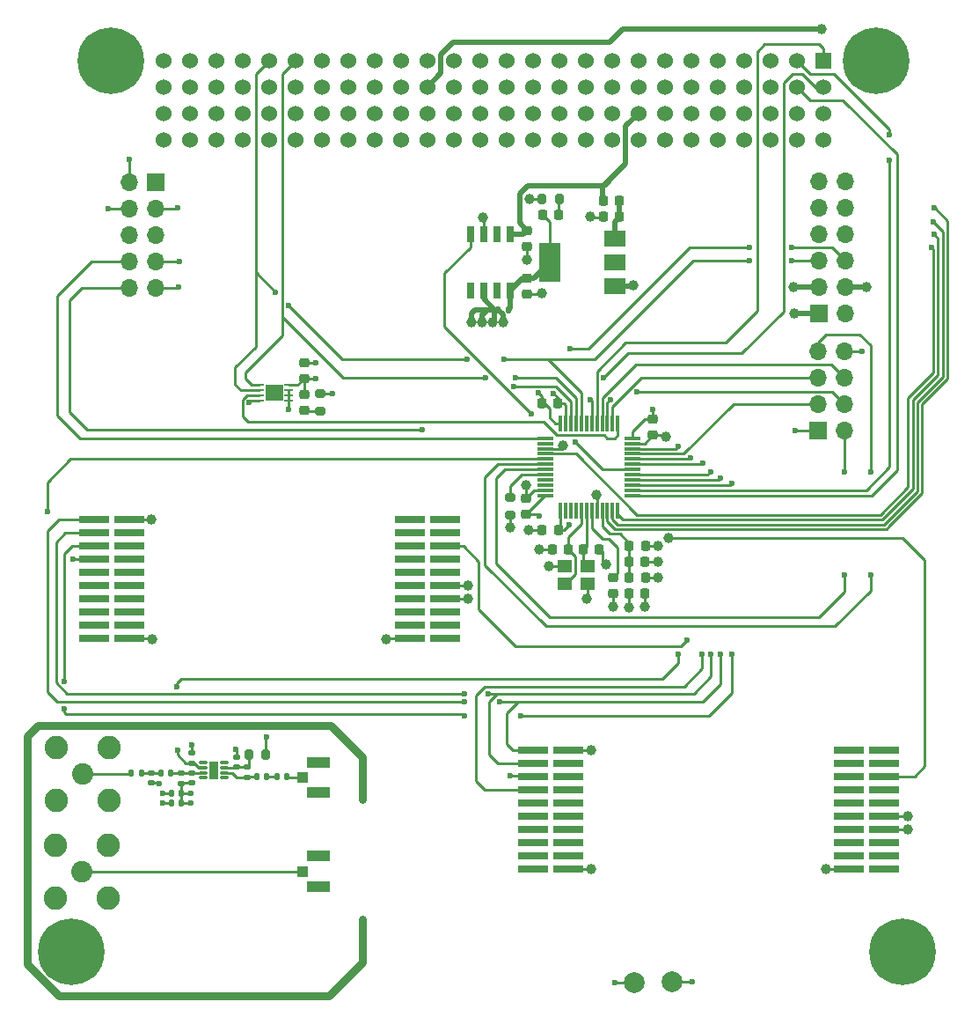
<source format=gtl>
G04 #@! TF.GenerationSoftware,KiCad,Pcbnew,(6.0.7-1)-1*
G04 #@! TF.CreationDate,2023-01-04T12:49:57-05:00*
G04 #@! TF.ProjectId,comm-rfb,636f6d6d-2d72-4666-922e-6b696361645f,rev?*
G04 #@! TF.SameCoordinates,Original*
G04 #@! TF.FileFunction,Copper,L1,Top*
G04 #@! TF.FilePolarity,Positive*
%FSLAX46Y46*%
G04 Gerber Fmt 4.6, Leading zero omitted, Abs format (unit mm)*
G04 Created by KiCad (PCBNEW (6.0.7-1)-1) date 2023-01-04 12:49:57*
%MOMM*%
%LPD*%
G01*
G04 APERTURE LIST*
G04 Aperture macros list*
%AMRoundRect*
0 Rectangle with rounded corners*
0 $1 Rounding radius*
0 $2 $3 $4 $5 $6 $7 $8 $9 X,Y pos of 4 corners*
0 Add a 4 corners polygon primitive as box body*
4,1,4,$2,$3,$4,$5,$6,$7,$8,$9,$2,$3,0*
0 Add four circle primitives for the rounded corners*
1,1,$1+$1,$2,$3*
1,1,$1+$1,$4,$5*
1,1,$1+$1,$6,$7*
1,1,$1+$1,$8,$9*
0 Add four rect primitives between the rounded corners*
20,1,$1+$1,$2,$3,$4,$5,0*
20,1,$1+$1,$4,$5,$6,$7,0*
20,1,$1+$1,$6,$7,$8,$9,0*
20,1,$1+$1,$8,$9,$2,$3,0*%
G04 Aperture macros list end*
G04 #@! TA.AperFunction,SMDPad,CuDef*
%ADD10RoundRect,0.140000X0.170000X-0.140000X0.170000X0.140000X-0.170000X0.140000X-0.170000X-0.140000X0*%
G04 #@! TD*
G04 #@! TA.AperFunction,ConnectorPad*
%ADD11C,6.400000*%
G04 #@! TD*
G04 #@! TA.AperFunction,ComponentPad*
%ADD12C,3.600000*%
G04 #@! TD*
G04 #@! TA.AperFunction,SMDPad,CuDef*
%ADD13RoundRect,0.140000X-0.170000X0.140000X-0.170000X-0.140000X0.170000X-0.140000X0.170000X0.140000X0*%
G04 #@! TD*
G04 #@! TA.AperFunction,SMDPad,CuDef*
%ADD14RoundRect,0.225000X0.250000X-0.225000X0.250000X0.225000X-0.250000X0.225000X-0.250000X-0.225000X0*%
G04 #@! TD*
G04 #@! TA.AperFunction,SMDPad,CuDef*
%ADD15RoundRect,0.225000X-0.250000X0.225000X-0.250000X-0.225000X0.250000X-0.225000X0.250000X0.225000X0*%
G04 #@! TD*
G04 #@! TA.AperFunction,SMDPad,CuDef*
%ADD16R,2.920000X0.740000*%
G04 #@! TD*
G04 #@! TA.AperFunction,SMDPad,CuDef*
%ADD17RoundRect,0.225000X-0.225000X-0.250000X0.225000X-0.250000X0.225000X0.250000X-0.225000X0.250000X0*%
G04 #@! TD*
G04 #@! TA.AperFunction,SMDPad,CuDef*
%ADD18RoundRect,0.147500X0.172500X-0.147500X0.172500X0.147500X-0.172500X0.147500X-0.172500X-0.147500X0*%
G04 #@! TD*
G04 #@! TA.AperFunction,SMDPad,CuDef*
%ADD19RoundRect,0.225000X0.225000X0.250000X-0.225000X0.250000X-0.225000X-0.250000X0.225000X-0.250000X0*%
G04 #@! TD*
G04 #@! TA.AperFunction,SMDPad,CuDef*
%ADD20RoundRect,0.135000X0.185000X-0.135000X0.185000X0.135000X-0.185000X0.135000X-0.185000X-0.135000X0*%
G04 #@! TD*
G04 #@! TA.AperFunction,SMDPad,CuDef*
%ADD21RoundRect,0.140000X0.140000X0.170000X-0.140000X0.170000X-0.140000X-0.170000X0.140000X-0.170000X0*%
G04 #@! TD*
G04 #@! TA.AperFunction,ComponentPad*
%ADD22C,2.050000*%
G04 #@! TD*
G04 #@! TA.AperFunction,ComponentPad*
%ADD23C,2.250000*%
G04 #@! TD*
G04 #@! TA.AperFunction,SMDPad,CuDef*
%ADD24C,2.000000*%
G04 #@! TD*
G04 #@! TA.AperFunction,SMDPad,CuDef*
%ADD25RoundRect,0.218750X0.218750X0.256250X-0.218750X0.256250X-0.218750X-0.256250X0.218750X-0.256250X0*%
G04 #@! TD*
G04 #@! TA.AperFunction,SMDPad,CuDef*
%ADD26R,0.812800X0.254000*%
G04 #@! TD*
G04 #@! TA.AperFunction,SMDPad,CuDef*
%ADD27R,1.752600X1.549400*%
G04 #@! TD*
G04 #@! TA.AperFunction,SMDPad,CuDef*
%ADD28RoundRect,0.200000X0.200000X0.275000X-0.200000X0.275000X-0.200000X-0.275000X0.200000X-0.275000X0*%
G04 #@! TD*
G04 #@! TA.AperFunction,SMDPad,CuDef*
%ADD29R,0.650000X1.525000*%
G04 #@! TD*
G04 #@! TA.AperFunction,SMDPad,CuDef*
%ADD30RoundRect,0.135000X0.135000X0.185000X-0.135000X0.185000X-0.135000X-0.185000X0.135000X-0.185000X0*%
G04 #@! TD*
G04 #@! TA.AperFunction,SMDPad,CuDef*
%ADD31R,1.400000X1.200000*%
G04 #@! TD*
G04 #@! TA.AperFunction,SMDPad,CuDef*
%ADD32R,1.050000X1.000000*%
G04 #@! TD*
G04 #@! TA.AperFunction,SMDPad,CuDef*
%ADD33R,2.200000X1.050000*%
G04 #@! TD*
G04 #@! TA.AperFunction,SMDPad,CuDef*
%ADD34RoundRect,0.218750X-0.218750X-0.256250X0.218750X-0.256250X0.218750X0.256250X-0.218750X0.256250X0*%
G04 #@! TD*
G04 #@! TA.AperFunction,SMDPad,CuDef*
%ADD35RoundRect,0.200000X-0.275000X0.200000X-0.275000X-0.200000X0.275000X-0.200000X0.275000X0.200000X0*%
G04 #@! TD*
G04 #@! TA.AperFunction,ComponentPad*
%ADD36R,1.524000X1.524000*%
G04 #@! TD*
G04 #@! TA.AperFunction,ComponentPad*
%ADD37C,1.524000*%
G04 #@! TD*
G04 #@! TA.AperFunction,ComponentPad*
%ADD38R,1.700000X1.700000*%
G04 #@! TD*
G04 #@! TA.AperFunction,ComponentPad*
%ADD39O,1.700000X1.700000*%
G04 #@! TD*
G04 #@! TA.AperFunction,SMDPad,CuDef*
%ADD40RoundRect,0.147500X0.147500X0.172500X-0.147500X0.172500X-0.147500X-0.172500X0.147500X-0.172500X0*%
G04 #@! TD*
G04 #@! TA.AperFunction,SMDPad,CuDef*
%ADD41RoundRect,0.033000X0.117000X-0.747000X0.117000X0.747000X-0.117000X0.747000X-0.117000X-0.747000X0*%
G04 #@! TD*
G04 #@! TA.AperFunction,SMDPad,CuDef*
%ADD42RoundRect,0.033000X0.747000X0.117000X-0.747000X0.117000X-0.747000X-0.117000X0.747000X-0.117000X0*%
G04 #@! TD*
G04 #@! TA.AperFunction,SMDPad,CuDef*
%ADD43RoundRect,0.033000X-0.117000X0.747000X-0.117000X-0.747000X0.117000X-0.747000X0.117000X0.747000X0*%
G04 #@! TD*
G04 #@! TA.AperFunction,SMDPad,CuDef*
%ADD44RoundRect,0.033000X-0.747000X-0.117000X0.747000X-0.117000X0.747000X0.117000X-0.747000X0.117000X0*%
G04 #@! TD*
G04 #@! TA.AperFunction,SMDPad,CuDef*
%ADD45RoundRect,0.200000X0.275000X-0.200000X0.275000X0.200000X-0.275000X0.200000X-0.275000X-0.200000X0*%
G04 #@! TD*
G04 #@! TA.AperFunction,SMDPad,CuDef*
%ADD46R,2.000000X1.500000*%
G04 #@! TD*
G04 #@! TA.AperFunction,SMDPad,CuDef*
%ADD47R,2.000000X3.800000*%
G04 #@! TD*
G04 #@! TA.AperFunction,SMDPad,CuDef*
%ADD48RoundRect,0.007800X0.347200X0.122200X-0.347200X0.122200X-0.347200X-0.122200X0.347200X-0.122200X0*%
G04 #@! TD*
G04 #@! TA.AperFunction,SMDPad,CuDef*
%ADD49RoundRect,0.007800X-0.347200X-0.122200X0.347200X-0.122200X0.347200X0.122200X-0.347200X0.122200X0*%
G04 #@! TD*
G04 #@! TA.AperFunction,SMDPad,CuDef*
%ADD50R,0.900000X1.700000*%
G04 #@! TD*
G04 #@! TA.AperFunction,SMDPad,CuDef*
%ADD51RoundRect,0.200000X-0.200000X-0.275000X0.200000X-0.275000X0.200000X0.275000X-0.200000X0.275000X0*%
G04 #@! TD*
G04 #@! TA.AperFunction,SMDPad,CuDef*
%ADD52RoundRect,0.218750X-0.256250X0.218750X-0.256250X-0.218750X0.256250X-0.218750X0.256250X0.218750X0*%
G04 #@! TD*
G04 #@! TA.AperFunction,ViaPad*
%ADD53C,0.600000*%
G04 #@! TD*
G04 #@! TA.AperFunction,ViaPad*
%ADD54C,1.000000*%
G04 #@! TD*
G04 #@! TA.AperFunction,Conductor*
%ADD55C,0.293370*%
G04 #@! TD*
G04 #@! TA.AperFunction,Conductor*
%ADD56C,0.762000*%
G04 #@! TD*
G04 #@! TA.AperFunction,Conductor*
%ADD57C,0.254000*%
G04 #@! TD*
G04 #@! TA.AperFunction,Conductor*
%ADD58C,0.508000*%
G04 #@! TD*
G04 #@! TA.AperFunction,Conductor*
%ADD59C,0.250000*%
G04 #@! TD*
G04 APERTURE END LIST*
D10*
X125907800Y-119631400D03*
X125907800Y-118671400D03*
D11*
X191770000Y-52070000D03*
D12*
X191770000Y-52070000D03*
D13*
X122021600Y-120576400D03*
X122021600Y-121536400D03*
D14*
X136728200Y-82639200D03*
X136728200Y-81089200D03*
D10*
X130225800Y-119987000D03*
X130225800Y-119027000D03*
D15*
X158190800Y-72961200D03*
X158190800Y-74511200D03*
D16*
X162204400Y-129794000D03*
X158774400Y-129794000D03*
X162204400Y-128524000D03*
X158774400Y-128524000D03*
X162204400Y-127254000D03*
X158774400Y-127254000D03*
X162204400Y-125984000D03*
X158774400Y-125984000D03*
X162204400Y-124714000D03*
X158774400Y-124714000D03*
X162204400Y-123444000D03*
X158774400Y-123444000D03*
X162204400Y-122174000D03*
X158774400Y-122174000D03*
X162204400Y-120904000D03*
X158774400Y-120904000D03*
X162204400Y-119634000D03*
X158774400Y-119634000D03*
X162204400Y-118364000D03*
X158774400Y-118364000D03*
D17*
X163613800Y-99110800D03*
X165163800Y-99110800D03*
D12*
X118110000Y-52070000D03*
D11*
X118110000Y-52070000D03*
D18*
X125907800Y-121541400D03*
X125907800Y-120571400D03*
D19*
X161201400Y-97231200D03*
X159651400Y-97231200D03*
X162166600Y-99110800D03*
X160616600Y-99110800D03*
D11*
X114300000Y-137795000D03*
D12*
X114300000Y-137795000D03*
D19*
X167094200Y-67056000D03*
X165544200Y-67056000D03*
D20*
X124891800Y-121566400D03*
X124891800Y-120546400D03*
D14*
X158089600Y-95720200D03*
X158089600Y-94170200D03*
D17*
X168046400Y-98755200D03*
X169596400Y-98755200D03*
D21*
X123924000Y-120599200D03*
X122964000Y-120599200D03*
D22*
X115366800Y-130048000D03*
D23*
X117906800Y-127508000D03*
X117906800Y-132588000D03*
X112826800Y-127508000D03*
X112826800Y-132588000D03*
D24*
X172161200Y-140665200D03*
D25*
X161264300Y-66878200D03*
X159689300Y-66878200D03*
D17*
X159600600Y-85039200D03*
X161150600Y-85039200D03*
X168020900Y-100279200D03*
X169570900Y-100279200D03*
D24*
X168554400Y-140716000D03*
D26*
X132461000Y-83273199D03*
X132461000Y-83773200D03*
X132461000Y-84273200D03*
X132461000Y-84773201D03*
X135255000Y-84773201D03*
X135255000Y-84273200D03*
X135255000Y-83773200D03*
X135255000Y-83273199D03*
D27*
X133858000Y-84023200D03*
D28*
X133084800Y-118770400D03*
X131434800Y-118770400D03*
D29*
X156539800Y-68738200D03*
X155269800Y-68738200D03*
X153999800Y-68738200D03*
X152729800Y-68738200D03*
X152729800Y-74162200D03*
X153999800Y-74162200D03*
X155269800Y-74162200D03*
X156539800Y-74162200D03*
D19*
X169570900Y-103327200D03*
X168020900Y-103327200D03*
D30*
X156414800Y-76022200D03*
X155394800Y-76022200D03*
D31*
X164015600Y-100699200D03*
X161815600Y-100699200D03*
X161815600Y-102399200D03*
X164015600Y-102399200D03*
D21*
X124914600Y-122504200D03*
X123954600Y-122504200D03*
D32*
X136594600Y-121005600D03*
D33*
X138119600Y-119530600D03*
X138119600Y-122480600D03*
D34*
X168008400Y-101803200D03*
X169583400Y-101803200D03*
D35*
X156565600Y-94120200D03*
X156565600Y-95770200D03*
D22*
X115417600Y-120650000D03*
D23*
X117957600Y-118110000D03*
X112877600Y-118110000D03*
X117957600Y-123190000D03*
X112877600Y-123190000D03*
D30*
X121083800Y-120624600D03*
X120063800Y-120624600D03*
D25*
X167106300Y-65532000D03*
X165531300Y-65532000D03*
D36*
X186690000Y-52070000D03*
D37*
X186690000Y-54610000D03*
X184150000Y-52070000D03*
X184150000Y-54610000D03*
X181610000Y-52070000D03*
X181610000Y-54610000D03*
X179070000Y-52070000D03*
X179070000Y-54610000D03*
X176530000Y-52070000D03*
X176530000Y-54610000D03*
X173990000Y-52070000D03*
X173990000Y-54610000D03*
X171450000Y-52070000D03*
X171450000Y-54610000D03*
X168910000Y-52070000D03*
X168910000Y-54610000D03*
X166370000Y-52070000D03*
X166370000Y-54610000D03*
X163830000Y-52070000D03*
X163830000Y-54610000D03*
X161290000Y-52070000D03*
X161290000Y-54610000D03*
X158750000Y-52070000D03*
X158750000Y-54610000D03*
X156210000Y-52070000D03*
X156210000Y-54610000D03*
X153670000Y-52070000D03*
X153670000Y-54610000D03*
X151130000Y-52070000D03*
X151130000Y-54610000D03*
X148590000Y-52070000D03*
X148590000Y-54610000D03*
X146050000Y-52070000D03*
X146050000Y-54610000D03*
X143510000Y-52070000D03*
X143510000Y-54610000D03*
X140970000Y-52070000D03*
X140970000Y-54610000D03*
X138430000Y-52070000D03*
X138430000Y-54610000D03*
X135890000Y-52070000D03*
X135890000Y-54610000D03*
X133350000Y-52070000D03*
X133350000Y-54610000D03*
X130810000Y-52070000D03*
X130810000Y-54610000D03*
X128270000Y-52070000D03*
X128270000Y-54610000D03*
X125730000Y-52070000D03*
X125730000Y-54610000D03*
X123190000Y-52070000D03*
X123190000Y-54610000D03*
X186690000Y-57150000D03*
X186690000Y-59690000D03*
X184150000Y-57150000D03*
X184150000Y-59690000D03*
X181610000Y-57150000D03*
X181610000Y-59690000D03*
X179070000Y-57150000D03*
X179070000Y-59690000D03*
X176530000Y-57150000D03*
X176530000Y-59690000D03*
X173990000Y-57150000D03*
X173990000Y-59690000D03*
X171450000Y-57150000D03*
X171450000Y-59690000D03*
X168910000Y-57150000D03*
X168910000Y-59690000D03*
X166370000Y-57150000D03*
X166370000Y-59690000D03*
X163830000Y-57150000D03*
X163830000Y-59690000D03*
X161290000Y-57150000D03*
X161290000Y-59690000D03*
X158750000Y-57150000D03*
X158750000Y-59690000D03*
X156210000Y-57150000D03*
X156210000Y-59690000D03*
X153670000Y-57150000D03*
X153670000Y-59690000D03*
X151130000Y-57150000D03*
X151130000Y-59690000D03*
X148590000Y-57150000D03*
X148590000Y-59690000D03*
X146050000Y-57150000D03*
X146050000Y-59690000D03*
X143510000Y-57150000D03*
X143510000Y-59690000D03*
X140970000Y-57150000D03*
X140970000Y-59690000D03*
X138430000Y-57150000D03*
X138430000Y-59690000D03*
X135890000Y-57150000D03*
X135890000Y-59690000D03*
X133350000Y-57150000D03*
X133350000Y-59690000D03*
X130810000Y-57150000D03*
X130810000Y-59690000D03*
X128270000Y-57150000D03*
X128270000Y-59690000D03*
X125730000Y-57150000D03*
X125730000Y-59690000D03*
X123190000Y-57150000D03*
X123190000Y-59690000D03*
D15*
X166522400Y-101790200D03*
X166522400Y-103340200D03*
D21*
X133146600Y-120954800D03*
X132186600Y-120954800D03*
D16*
X119926600Y-107670600D03*
X116496600Y-107670600D03*
X119926600Y-106400600D03*
X116496600Y-106400600D03*
X119926600Y-105130600D03*
X116496600Y-105130600D03*
X119926600Y-103860600D03*
X116496600Y-103860600D03*
X119926600Y-102590600D03*
X116496600Y-102590600D03*
X119926600Y-101320600D03*
X116496600Y-101320600D03*
X119926600Y-100050600D03*
X116496600Y-100050600D03*
X119926600Y-98780600D03*
X116496600Y-98780600D03*
X119926600Y-97510600D03*
X116496600Y-97510600D03*
X119926600Y-96240600D03*
X116496600Y-96240600D03*
D38*
X186232800Y-87620000D03*
D39*
X188772800Y-87620000D03*
X186232800Y-85080000D03*
X188772800Y-85080000D03*
X186232800Y-82540000D03*
X188772800Y-82540000D03*
X186232800Y-80000000D03*
X188772800Y-80000000D03*
D32*
X136589600Y-130048000D03*
D33*
X138114600Y-128573000D03*
X138114600Y-131523000D03*
D16*
X150330400Y-107670600D03*
X146900400Y-107670600D03*
X150330400Y-106400600D03*
X146900400Y-106400600D03*
X150330400Y-105130600D03*
X146900400Y-105130600D03*
X150330400Y-103860600D03*
X146900400Y-103860600D03*
X150330400Y-102590600D03*
X146900400Y-102590600D03*
X150330400Y-101320600D03*
X146900400Y-101320600D03*
X150330400Y-100050600D03*
X146900400Y-100050600D03*
X150330400Y-98780600D03*
X146900400Y-98780600D03*
X150330400Y-97510600D03*
X146900400Y-97510600D03*
X150330400Y-96240600D03*
X146900400Y-96240600D03*
D40*
X135082000Y-120954800D03*
X134112000Y-120954800D03*
D41*
X161435600Y-95315200D03*
X161935600Y-95315200D03*
X162435600Y-95315200D03*
X162935600Y-95315200D03*
X163435600Y-95315200D03*
X163935600Y-95315200D03*
X164435600Y-95315200D03*
X164935600Y-95315200D03*
X165435600Y-95315200D03*
X165935600Y-95315200D03*
X166435600Y-95315200D03*
X166935600Y-95315200D03*
D42*
X168365600Y-93885200D03*
X168365600Y-93385200D03*
X168365600Y-92885200D03*
X168365600Y-92385200D03*
X168365600Y-91885200D03*
X168365600Y-91385200D03*
X168365600Y-90885200D03*
X168365600Y-90385200D03*
X168365600Y-89885200D03*
X168365600Y-89385200D03*
X168365600Y-88885200D03*
X168365600Y-88385200D03*
D43*
X166935600Y-86955200D03*
X166435600Y-86955200D03*
X165935600Y-86955200D03*
X165435600Y-86955200D03*
X164935600Y-86955200D03*
X164435600Y-86955200D03*
X163935600Y-86955200D03*
X163435600Y-86955200D03*
X162935600Y-86955200D03*
X162435600Y-86955200D03*
X161935600Y-86955200D03*
X161435600Y-86955200D03*
D44*
X160005600Y-88385200D03*
X160005600Y-88885200D03*
X160005600Y-89385200D03*
X160005600Y-89885200D03*
X160005600Y-90385200D03*
X160005600Y-90885200D03*
X160005600Y-91385200D03*
X160005600Y-91885200D03*
X160005600Y-92385200D03*
X160005600Y-92885200D03*
X160005600Y-93385200D03*
X160005600Y-93885200D03*
D12*
X194310000Y-137795000D03*
D11*
X194310000Y-137795000D03*
D15*
X158190800Y-68389200D03*
X158190800Y-69939200D03*
D45*
X138277600Y-85762600D03*
X138277600Y-84112600D03*
D38*
X122465000Y-63734000D03*
D39*
X119925000Y-63734000D03*
X122465000Y-66274000D03*
X119925000Y-66274000D03*
X122465000Y-68814000D03*
X119925000Y-68814000D03*
X122465000Y-71354000D03*
X119925000Y-71354000D03*
X122465000Y-73894000D03*
X119925000Y-73894000D03*
D46*
X166674800Y-73750200D03*
D47*
X160374800Y-71450200D03*
D46*
X166674800Y-71450200D03*
X166674800Y-69150200D03*
D38*
X186272000Y-76378200D03*
D39*
X188812000Y-76378200D03*
X186272000Y-73838200D03*
X188812000Y-73838200D03*
X186272000Y-71298200D03*
X188812000Y-71298200D03*
X186272000Y-68758200D03*
X188812000Y-68758200D03*
X186272000Y-66218200D03*
X188812000Y-66218200D03*
X186272000Y-63678200D03*
X188812000Y-63678200D03*
D16*
X192605000Y-129794000D03*
X189175000Y-129794000D03*
X192605000Y-128524000D03*
X189175000Y-128524000D03*
X192605000Y-127254000D03*
X189175000Y-127254000D03*
X192605000Y-125984000D03*
X189175000Y-125984000D03*
X192605000Y-124714000D03*
X189175000Y-124714000D03*
X192605000Y-123444000D03*
X189175000Y-123444000D03*
X192605000Y-122174000D03*
X189175000Y-122174000D03*
X192605000Y-120904000D03*
X189175000Y-120904000D03*
X192605000Y-119634000D03*
X189175000Y-119634000D03*
X192605000Y-118364000D03*
X189175000Y-118364000D03*
D21*
X124914600Y-123494800D03*
X123954600Y-123494800D03*
D48*
X129071800Y-121044400D03*
X129071800Y-120544400D03*
X129071800Y-120044400D03*
X129071800Y-119544400D03*
D49*
X127061800Y-119544400D03*
X127061800Y-120044400D03*
X127061800Y-120544400D03*
X127061800Y-121044400D03*
D50*
X128066800Y-120294400D03*
D51*
X159651800Y-65354200D03*
X161301800Y-65354200D03*
D52*
X136728200Y-84150100D03*
X136728200Y-85725100D03*
D18*
X131241800Y-120982600D03*
X131241800Y-120012600D03*
D15*
X170281600Y-86550200D03*
X170281600Y-88100200D03*
D53*
X139496800Y-84124800D03*
X142392400Y-123164600D03*
X142341600Y-138582400D03*
X124663200Y-73863200D03*
D54*
X164388800Y-118364000D03*
D53*
X113309400Y-141986000D03*
X139293600Y-115976400D03*
D54*
X153974800Y-67157600D03*
X163982400Y-103784400D03*
D53*
X124612400Y-66243200D03*
D54*
X164287200Y-67106800D03*
D53*
X110083600Y-138785600D03*
D54*
X183845200Y-73863200D03*
D53*
X133858000Y-84023200D03*
D54*
X159664400Y-74472800D03*
D53*
X135280400Y-85648800D03*
D54*
X159359600Y-99110800D03*
D53*
X110083600Y-129514600D03*
X129489200Y-141986000D03*
X140779500Y-117462300D03*
X138963400Y-141986000D03*
X125909800Y-117906800D03*
D54*
X166522400Y-104597200D03*
D53*
X140843000Y-140284200D03*
X110083600Y-124460000D03*
D54*
X158394400Y-97231200D03*
X156565600Y-96926400D03*
D53*
X184048400Y-87630000D03*
X132130800Y-115976400D03*
X119329200Y-141986000D03*
X119938800Y-61569600D03*
X121920000Y-115976400D03*
D54*
X171551600Y-88239600D03*
D53*
X123139200Y-122529600D03*
D54*
X170840400Y-98755200D03*
D53*
X137871200Y-81127600D03*
X134569200Y-141986000D03*
X123139200Y-123494800D03*
D54*
X122123200Y-107696000D03*
X158191200Y-71221600D03*
X122072400Y-96215200D03*
X158445200Y-65379600D03*
D53*
X142392400Y-121081800D03*
X174142400Y-140665200D03*
X131470400Y-84937600D03*
X110083600Y-134645400D03*
X142367000Y-119049800D03*
X160748246Y-84062651D03*
D54*
X168452800Y-73710800D03*
X160274000Y-100685600D03*
D53*
X122834400Y-121564400D03*
D54*
X164896800Y-93827600D03*
X168046400Y-104648000D03*
X165773400Y-100479800D03*
D53*
X116814600Y-115976400D03*
X142341600Y-136499600D03*
X111302800Y-115976400D03*
D54*
X144678400Y-107696000D03*
D53*
X142341600Y-134645400D03*
D54*
X190855600Y-73863200D03*
X158089600Y-92913200D03*
X170840400Y-100279200D03*
D53*
X130126200Y-118262400D03*
D54*
X164388800Y-129794000D03*
D53*
X127025400Y-115976400D03*
X110083600Y-117246400D03*
D54*
X186944000Y-129794000D03*
D53*
X137160000Y-115976400D03*
X124460000Y-141986000D03*
X110083600Y-119329200D03*
X183642000Y-71272400D03*
X133993500Y-74345800D03*
X156006800Y-80772000D03*
X135246500Y-75590400D03*
X152450800Y-80772000D03*
X179578000Y-71272400D03*
X172720000Y-89204800D03*
X124510800Y-112301900D03*
X172720000Y-109169200D03*
X124538200Y-118364000D03*
D54*
X153873200Y-77266800D03*
D53*
X159308800Y-84028897D03*
X159385000Y-95859600D03*
D54*
X170789600Y-101803200D03*
X152501600Y-102565200D03*
X183896000Y-76352400D03*
X194868800Y-124714000D03*
X194868800Y-126034800D03*
D53*
X124714000Y-71374000D03*
X133096000Y-117144800D03*
D54*
X154889200Y-77266800D03*
X169570400Y-104597200D03*
D53*
X117906800Y-66294000D03*
X166624000Y-140716000D03*
D54*
X155905200Y-77266800D03*
D53*
X137871200Y-82651600D03*
X170281600Y-85648800D03*
X125831600Y-123494800D03*
D54*
X152857200Y-77266800D03*
D53*
X125831600Y-122529600D03*
X162255200Y-96723200D03*
X190449200Y-80010000D03*
D54*
X152501600Y-103835200D03*
D53*
X164309100Y-84683600D03*
X165562100Y-82600800D03*
X193090800Y-61671200D03*
X193090800Y-59232800D03*
D54*
X186589111Y-49072800D03*
D53*
X175056800Y-109169200D03*
X175157647Y-90757947D03*
X156616400Y-120853200D03*
X177901600Y-109169200D03*
X113690400Y-114367700D03*
X152146000Y-115062000D03*
X113690400Y-111760000D03*
X177901600Y-92758700D03*
X157581600Y-115062000D03*
X175869600Y-109169200D03*
X154432000Y-112928400D03*
X175869600Y-91592400D03*
X152146000Y-112928400D03*
X152146000Y-113741200D03*
X155549600Y-113741200D03*
X176834800Y-92260700D03*
X176834800Y-109169200D03*
D54*
X171805600Y-97952900D03*
X161696400Y-89058700D03*
D53*
X114503200Y-100025200D03*
X112064800Y-95453200D03*
X173929932Y-90258700D03*
X173634400Y-107797600D03*
X158648400Y-86055200D03*
X162814000Y-88747600D03*
X179578000Y-70053200D03*
X157073600Y-82550000D03*
X154228800Y-82550000D03*
X183642000Y-70053200D03*
X162306000Y-79806800D03*
X188772800Y-91643200D03*
X188772800Y-101498400D03*
X166218236Y-84660559D03*
X168743403Y-83907403D03*
X191262000Y-101498400D03*
X191262000Y-91643200D03*
X197307200Y-67564000D03*
X197408800Y-66192400D03*
X197144300Y-70002400D03*
X197358000Y-68783200D03*
X156881603Y-83402397D03*
X148082000Y-87579200D03*
D55*
X134112000Y-120954800D02*
X133146600Y-120954800D01*
X135132800Y-121005600D02*
X135082000Y-120954800D01*
X136594600Y-121005600D02*
X135132800Y-121005600D01*
X130223123Y-120982600D02*
X131241800Y-120982600D01*
X132186600Y-120954800D02*
X131269600Y-120954800D01*
X129071800Y-120544400D02*
X129784923Y-120544400D01*
X131269600Y-120954800D02*
X131241800Y-120982600D01*
X129784923Y-120544400D02*
X130223123Y-120982600D01*
X131434800Y-119819600D02*
X131241800Y-120012600D01*
X130225800Y-119987000D02*
X130168400Y-120044400D01*
X130168400Y-120044400D02*
X129071800Y-120044400D01*
X131241800Y-120012600D02*
X130251400Y-120012600D01*
X130251400Y-120012600D02*
X130225800Y-119987000D01*
X131434800Y-118770400D02*
X131434800Y-119819600D01*
D56*
X116814600Y-115976400D02*
X121920000Y-115976400D01*
X113143858Y-141986000D02*
X110083600Y-138925742D01*
D55*
X122021600Y-121536400D02*
X122806400Y-121536400D01*
D56*
X121920000Y-115976400D02*
X127025400Y-115976400D01*
D57*
X144703800Y-107670600D02*
X144678400Y-107696000D01*
X172161200Y-140665200D02*
X174142400Y-140665200D01*
D56*
X129489200Y-141986000D02*
X124460000Y-141986000D01*
D57*
X119925000Y-61583400D02*
X119938800Y-61569600D01*
D56*
X142341600Y-138785600D02*
X140843000Y-140284200D01*
D57*
X158089600Y-94170200D02*
X158089600Y-92913200D01*
X122047000Y-96240600D02*
X122072400Y-96215200D01*
X164935600Y-93866400D02*
X164896800Y-93827600D01*
D56*
X110083600Y-138785600D02*
X110083600Y-134645400D01*
D58*
X188812000Y-73838200D02*
X190830600Y-73838200D01*
D56*
X134569200Y-141986000D02*
X129489200Y-141986000D01*
D57*
X166522400Y-103340200D02*
X166522400Y-104597200D01*
X164015600Y-102399200D02*
X164015600Y-103751200D01*
X168020900Y-103327200D02*
X168020900Y-104622500D01*
D56*
X142341600Y-134645400D02*
X142341600Y-136499600D01*
D57*
X131634799Y-84773201D02*
X131470400Y-84937600D01*
D58*
X190830600Y-73838200D02*
X190855600Y-73863200D01*
D56*
X140779500Y-117462300D02*
X142367000Y-119049800D01*
D58*
X186272000Y-73838200D02*
X183870200Y-73838200D01*
D57*
X169596400Y-98755200D02*
X170840400Y-98755200D01*
X122465000Y-73894000D02*
X124632400Y-73894000D01*
D56*
X139141200Y-141986000D02*
X138963400Y-141986000D01*
X138963400Y-141986000D02*
X134569200Y-141986000D01*
D57*
X171412200Y-88100200D02*
X171551600Y-88239600D01*
X130225800Y-119027000D02*
X130225800Y-118362000D01*
X165430800Y-99209800D02*
X165430800Y-100137200D01*
D56*
X113309400Y-141986000D02*
X113143858Y-141986000D01*
D57*
X170281600Y-88100200D02*
X171412200Y-88100200D01*
X137858200Y-81114600D02*
X137871200Y-81127600D01*
X159651400Y-97231200D02*
X158394400Y-97231200D01*
X158190800Y-74511200D02*
X159626000Y-74511200D01*
X164015600Y-103751200D02*
X163982400Y-103784400D01*
D56*
X139293600Y-115976400D02*
X140779500Y-117462300D01*
D57*
X158874600Y-93385200D02*
X158089600Y-94170200D01*
X161150600Y-85039200D02*
X161747200Y-85039200D01*
X158470600Y-65354200D02*
X158445200Y-65379600D01*
X135255000Y-85623400D02*
X135280400Y-85648800D01*
X119925000Y-63734000D02*
X119925000Y-61583400D01*
X161150600Y-84465005D02*
X160748246Y-84062651D01*
X168365600Y-88885200D02*
X169496600Y-88885200D01*
X160287600Y-100699200D02*
X160274000Y-100685600D01*
X146900400Y-107670600D02*
X144703800Y-107670600D01*
X165543800Y-67132200D02*
X164312600Y-67132200D01*
X162204400Y-129794000D02*
X164388800Y-129794000D01*
D56*
X142392400Y-119075200D02*
X142392400Y-121081800D01*
D57*
X161815600Y-100699200D02*
X160287600Y-100699200D01*
X125907800Y-118671400D02*
X125907800Y-117908800D01*
X135255000Y-84273200D02*
X135255000Y-84773201D01*
X139484600Y-84112600D02*
X139496800Y-84124800D01*
X130225800Y-118362000D02*
X130126200Y-118262400D01*
D55*
X123954600Y-122504200D02*
X123164600Y-122504200D01*
D56*
X111150400Y-115976400D02*
X111302800Y-115976400D01*
D57*
X135255000Y-83773200D02*
X135255000Y-84273200D01*
D56*
X137160000Y-115976400D02*
X139293600Y-115976400D01*
D57*
X160005600Y-93385200D02*
X158874600Y-93385200D01*
X119926600Y-96240600D02*
X122047000Y-96240600D01*
X124581600Y-66274000D02*
X124612400Y-66243200D01*
D56*
X132130800Y-115976400D02*
X137160000Y-115976400D01*
X119329200Y-141986000D02*
X113309400Y-141986000D01*
D57*
X125907800Y-117908800D02*
X125909800Y-117906800D01*
X162204400Y-118364000D02*
X164388800Y-118364000D01*
X159626000Y-74511200D02*
X159664400Y-74472800D01*
X161747200Y-85039200D02*
X161935600Y-85227600D01*
X169570900Y-100279200D02*
X170840400Y-100279200D01*
X135255000Y-84773201D02*
X135255000Y-85623400D01*
X184058400Y-87620000D02*
X184048400Y-87630000D01*
D56*
X142341600Y-136499600D02*
X142341600Y-138582400D01*
X110083600Y-129514600D02*
X110083600Y-124460000D01*
X142392400Y-121081800D02*
X142392400Y-123164600D01*
D57*
X153999800Y-68738200D02*
X153999800Y-67182600D01*
D56*
X142341600Y-138582400D02*
X142341600Y-138760200D01*
D57*
X138252200Y-84112600D02*
X139484600Y-84112600D01*
D55*
X122806400Y-121536400D02*
X122834400Y-121564400D01*
D57*
X132461000Y-84773201D02*
X131634799Y-84773201D01*
X122097800Y-107670600D02*
X122123200Y-107696000D01*
X159651800Y-65354200D02*
X158470600Y-65354200D01*
D56*
X110083600Y-124460000D02*
X110083600Y-119329200D01*
D57*
X164935600Y-95315200D02*
X164935600Y-93866400D01*
X158190800Y-69939200D02*
X158190800Y-71221200D01*
X119926600Y-107670600D02*
X122097800Y-107670600D01*
D58*
X168413400Y-73750200D02*
X168452800Y-73710800D01*
D56*
X127025400Y-115976400D02*
X132130800Y-115976400D01*
D57*
X124632400Y-73894000D02*
X124663200Y-73863200D01*
D55*
X123954600Y-123494800D02*
X123139200Y-123494800D01*
D56*
X110083600Y-117246400D02*
X110083600Y-117043200D01*
D57*
X136728200Y-81114600D02*
X137858200Y-81114600D01*
X165430800Y-100137200D02*
X165773400Y-100479800D01*
X153999800Y-67182600D02*
X153974800Y-67157600D01*
D56*
X110083600Y-134645400D02*
X110083600Y-129514600D01*
D57*
X168020900Y-104622500D02*
X168046400Y-104648000D01*
D56*
X111302800Y-115976400D02*
X116814600Y-115976400D01*
D55*
X123164600Y-122504200D02*
X123139200Y-122529600D01*
D57*
X164312600Y-67132200D02*
X164287200Y-67106800D01*
X160616600Y-99110800D02*
X159359600Y-99110800D01*
D56*
X140843000Y-140284200D02*
X139141200Y-141986000D01*
D57*
X169496600Y-88885200D02*
X170281600Y-88100200D01*
D56*
X142367000Y-119049800D02*
X142392400Y-119075200D01*
D57*
X189175000Y-129794000D02*
X186944000Y-129794000D01*
D56*
X110083600Y-117043200D02*
X111150400Y-115976400D01*
X124460000Y-141986000D02*
X119329200Y-141986000D01*
D57*
X158190800Y-71221200D02*
X158191200Y-71221600D01*
X156565600Y-95770200D02*
X156565600Y-96926400D01*
X161150600Y-85039200D02*
X161150600Y-84465005D01*
D58*
X166674800Y-73750200D02*
X168413400Y-73750200D01*
D56*
X110083600Y-119329200D02*
X110083600Y-117246400D01*
D58*
X183870200Y-73838200D02*
X183845200Y-73863200D01*
D57*
X186232800Y-87620000D02*
X184058400Y-87620000D01*
X161935600Y-85227600D02*
X161935600Y-86955200D01*
D56*
X110083600Y-138925742D02*
X110083600Y-138785600D01*
D57*
X122465000Y-66274000D02*
X124581600Y-66274000D01*
X164693600Y-80772000D02*
X174193200Y-71272400D01*
X163435600Y-86955200D02*
X163435600Y-83984400D01*
X132080000Y-79603600D02*
X130098800Y-81584800D01*
X160223200Y-80772000D02*
X160172400Y-80772000D01*
X130661600Y-83773200D02*
X132461000Y-83773200D01*
X163435600Y-83984400D02*
X160223200Y-80772000D01*
X130098800Y-81584800D02*
X130098800Y-83210400D01*
X156006800Y-80772000D02*
X160172400Y-80772000D01*
X133350000Y-52070000D02*
X132080000Y-53340000D01*
X132080000Y-73964800D02*
X132080000Y-79603600D01*
X183667800Y-71298200D02*
X183642000Y-71272400D01*
X186272000Y-71298200D02*
X183667800Y-71298200D01*
X130098800Y-83210400D02*
X130661600Y-83773200D01*
X140411200Y-80772000D02*
X135246500Y-75607300D01*
X160172400Y-80772000D02*
X160578800Y-80772000D01*
X132080000Y-53340000D02*
X132080000Y-72440800D01*
X152450800Y-80772000D02*
X140411200Y-80772000D01*
X133993500Y-74345800D02*
X133985000Y-74345800D01*
X160578800Y-80772000D02*
X164693600Y-80772000D01*
X133985000Y-74345800D02*
X132080000Y-72440800D01*
X174193200Y-71272400D02*
X179578000Y-71272400D01*
X135246500Y-75607300D02*
X135246500Y-75590400D01*
X132080000Y-72440800D02*
X132080000Y-73964800D01*
X124538200Y-118821200D02*
X125348400Y-119631400D01*
X124538200Y-118364000D02*
X124538200Y-118821200D01*
X172234800Y-89385200D02*
X172539600Y-89385200D01*
X127061800Y-120044400D02*
X126618921Y-120044400D01*
X126618921Y-120044400D02*
X126205921Y-119631400D01*
X124510800Y-112301900D02*
X124510800Y-111963200D01*
X124510800Y-111963200D02*
X124917200Y-111556800D01*
X125348400Y-119631400D02*
X125907800Y-119631400D01*
X172720000Y-110032800D02*
X172720000Y-109169200D01*
X171196000Y-111556800D02*
X172720000Y-110032800D01*
X124917200Y-111556800D02*
X171196000Y-111556800D01*
X168365600Y-89385200D02*
X172234800Y-89385200D01*
X172539600Y-89385200D02*
X172720000Y-89204800D01*
X126205921Y-119631400D02*
X125907800Y-119631400D01*
X159600600Y-84320697D02*
X159308800Y-84028897D01*
X160375600Y-85547200D02*
X160375600Y-86410800D01*
X124694000Y-71354000D02*
X124714000Y-71374000D01*
D58*
X153212800Y-76047600D02*
X152857200Y-76403200D01*
X153999800Y-74942200D02*
X153999800Y-74162200D01*
D57*
X161747200Y-97231200D02*
X162255200Y-96723200D01*
X159600600Y-85039200D02*
X159867600Y-85039200D01*
X159245600Y-95720200D02*
X159385000Y-95859600D01*
D58*
X153873200Y-76504800D02*
X153873200Y-77266800D01*
D57*
X136728200Y-82664600D02*
X137858200Y-82664600D01*
D58*
X155079800Y-76022200D02*
X154355800Y-76022200D01*
D57*
X192605000Y-125984000D02*
X194818000Y-125984000D01*
D58*
X153924000Y-76454000D02*
X153873200Y-76504800D01*
X155905200Y-76504800D02*
X155905200Y-77266800D01*
D57*
X159924600Y-93885200D02*
X158089600Y-95720200D01*
X168365600Y-88385200D02*
X168365600Y-87717200D01*
X152476200Y-103860600D02*
X152501600Y-103835200D01*
X161201400Y-97231200D02*
X161747200Y-97231200D01*
X159867600Y-85039200D02*
X160375600Y-85547200D01*
D58*
X155079800Y-76022200D02*
X153238200Y-76022200D01*
D57*
X169532600Y-86550200D02*
X170281600Y-86550200D01*
D58*
X155079800Y-77076200D02*
X154889200Y-77266800D01*
D57*
X160005600Y-93885200D02*
X159924600Y-93885200D01*
D58*
X155079800Y-76022200D02*
X155422600Y-76022200D01*
D57*
X150330400Y-103860600D02*
X152476200Y-103860600D01*
X170281600Y-86550200D02*
X170281600Y-85648800D01*
X117926800Y-66274000D02*
X117906800Y-66294000D01*
D58*
X186272000Y-76378200D02*
X183921800Y-76378200D01*
D55*
X124891800Y-122481400D02*
X124914600Y-122504200D01*
D57*
X169570900Y-103327200D02*
X169570900Y-104596700D01*
X135255000Y-83273199D02*
X136119601Y-83273199D01*
X159600600Y-85039200D02*
X159600600Y-84320697D01*
X152476200Y-102590600D02*
X152501600Y-102565200D01*
X161435600Y-96997000D02*
X161201400Y-97231200D01*
X122465000Y-71354000D02*
X124694000Y-71354000D01*
D55*
X125806200Y-122504200D02*
X125831600Y-122529600D01*
X133096000Y-117144800D02*
X133084800Y-117156000D01*
D58*
X152857200Y-76403200D02*
X152857200Y-77266800D01*
D57*
X137858200Y-82664600D02*
X137871200Y-82651600D01*
X192605000Y-124714000D02*
X194868800Y-124714000D01*
D55*
X124914600Y-122504200D02*
X125806200Y-122504200D01*
D57*
X169583400Y-101803200D02*
X170789600Y-101803200D01*
X160375600Y-86410800D02*
X160920000Y-86955200D01*
X160920000Y-86955200D02*
X161435600Y-86955200D01*
D55*
X124914600Y-123494800D02*
X125831600Y-123494800D01*
D57*
X190439200Y-80000000D02*
X190449200Y-80010000D01*
D55*
X133084800Y-117156000D02*
X133084800Y-118770400D01*
D58*
X153238200Y-76022200D02*
X153212800Y-76047600D01*
D55*
X125907800Y-121541400D02*
X124916800Y-121541400D01*
D57*
X168554400Y-140716000D02*
X166624000Y-140716000D01*
X136728200Y-84150100D02*
X136728200Y-82664600D01*
D58*
X155079800Y-76022200D02*
X155079800Y-77076200D01*
D57*
X119925000Y-66274000D02*
X117926800Y-66274000D01*
X169570900Y-104596700D02*
X169570400Y-104597200D01*
D55*
X124914600Y-122504200D02*
X124914600Y-123494800D01*
X124916800Y-121541400D02*
X124891800Y-121566400D01*
D57*
X158089600Y-95720200D02*
X159245600Y-95720200D01*
D58*
X154355800Y-76022200D02*
X153924000Y-76454000D01*
X155803600Y-76403200D02*
X155905200Y-76504800D01*
D57*
X161435600Y-95315200D02*
X161435600Y-96997000D01*
X150330400Y-102590600D02*
X152476200Y-102590600D01*
X188772800Y-80000000D02*
X190439200Y-80000000D01*
X136119601Y-83273199D02*
X136728200Y-82664600D01*
X194818000Y-125984000D02*
X194868800Y-126034800D01*
D58*
X155422600Y-76022200D02*
X155803600Y-76403200D01*
X183921800Y-76378200D02*
X183896000Y-76352400D01*
D57*
X168365600Y-87717200D02*
X169532600Y-86550200D01*
D55*
X124891800Y-121566400D02*
X124891800Y-122481400D01*
D58*
X155079800Y-76022200D02*
X153999800Y-74942200D01*
D55*
X127061800Y-120544400D02*
X125934800Y-120544400D01*
X123976800Y-120546400D02*
X123924000Y-120599200D01*
X124891800Y-120546400D02*
X123976800Y-120546400D01*
X125934800Y-120544400D02*
X125907800Y-120571400D01*
X124916800Y-120571400D02*
X124891800Y-120546400D01*
X125907800Y-120571400D02*
X124916800Y-120571400D01*
X122044400Y-120599200D02*
X122021600Y-120576400D01*
X121083800Y-120624600D02*
X121973400Y-120624600D01*
X121973400Y-120624600D02*
X122021600Y-120576400D01*
X122964000Y-120599200D02*
X122044400Y-120599200D01*
D57*
X163613800Y-100297400D02*
X164015600Y-100699200D01*
X163935600Y-95315200D02*
X163935600Y-98789000D01*
X163935600Y-98789000D02*
X163613800Y-99110800D01*
X163613800Y-99110800D02*
X163613800Y-100297400D01*
D59*
X163435600Y-95315200D02*
X163435600Y-96635000D01*
D57*
X162166600Y-99110800D02*
X162204400Y-99110800D01*
X162204400Y-99110800D02*
X162842600Y-99749000D01*
D59*
X163435600Y-96635000D02*
X162166600Y-97904000D01*
X162166600Y-97904000D02*
X162166600Y-99110800D01*
D57*
X161915600Y-102399200D02*
X161815600Y-102399200D01*
X162842600Y-99749000D02*
X162842600Y-101472200D01*
X162842600Y-101472200D02*
X161915600Y-102399200D01*
X165435600Y-96906400D02*
X166109600Y-97580400D01*
X168046400Y-98494800D02*
X168046400Y-98755200D01*
X168020900Y-98780700D02*
X168046400Y-98755200D01*
X168008400Y-100291700D02*
X168020900Y-100279200D01*
X166109600Y-97580400D02*
X167132000Y-97580400D01*
X165435600Y-95315200D02*
X165435600Y-96906400D01*
X167132000Y-97580400D02*
X168046400Y-98494800D01*
X168020900Y-100279200D02*
X168020900Y-98780700D01*
X168008400Y-101803200D02*
X168008400Y-100291700D01*
X165446000Y-98034400D02*
X166065200Y-98034400D01*
X166928800Y-98898000D02*
X166928800Y-101383800D01*
X166065200Y-98034400D02*
X166928800Y-98898000D01*
X164435600Y-97024000D02*
X165446000Y-98034400D01*
X164435600Y-95315200D02*
X164435600Y-97024000D01*
X166928800Y-101383800D02*
X166522400Y-101790200D01*
D58*
X165506400Y-64211200D02*
X165506400Y-65583300D01*
X165506400Y-65583300D02*
X165531300Y-65608200D01*
X157491200Y-64860400D02*
X158242000Y-64109600D01*
X158242000Y-64109600D02*
X165608000Y-64109600D01*
X158190800Y-68389200D02*
X157491200Y-67689600D01*
X167694000Y-62023600D02*
X165506400Y-64211200D01*
X157841800Y-68738200D02*
X158190800Y-68389200D01*
X157491200Y-67689600D02*
X157491200Y-64860400D01*
X165608000Y-64109600D02*
X167694000Y-62023600D01*
X156539800Y-68738200D02*
X157841800Y-68738200D01*
X168910000Y-57150000D02*
X167694000Y-58366000D01*
X167694000Y-58366000D02*
X167694000Y-62023600D01*
D57*
X160374800Y-67563700D02*
X160374800Y-71450200D01*
D58*
X156539800Y-74162200D02*
X156539800Y-75897200D01*
X157740800Y-72961200D02*
X156539800Y-74162200D01*
X158190800Y-72961200D02*
X157740800Y-72961200D01*
X158190800Y-72961200D02*
X158863800Y-72961200D01*
X158863800Y-72961200D02*
X160374800Y-71450200D01*
D57*
X159689300Y-66878200D02*
X160374800Y-67563700D01*
D58*
X156539800Y-75897200D02*
X156419332Y-76017668D01*
D57*
X161264300Y-65391700D02*
X161301800Y-65354200D01*
X161264300Y-66878200D02*
X161264300Y-65391700D01*
X136765700Y-85762600D02*
X136728200Y-85725100D01*
X138252200Y-85762600D02*
X136765700Y-85762600D01*
X186283600Y-50495200D02*
X181051200Y-50495200D01*
X186690000Y-50901600D02*
X186283600Y-50495200D01*
X181051200Y-50495200D02*
X180340000Y-51206400D01*
X180340000Y-76149200D02*
X177292000Y-79197200D01*
X180340000Y-51206400D02*
X180340000Y-76149200D01*
X164935600Y-81952400D02*
X164935600Y-86955200D01*
X177292000Y-79197200D02*
X167690800Y-79197200D01*
X186690000Y-52070000D02*
X186690000Y-50901600D01*
X167690800Y-79197200D02*
X164935600Y-81952400D01*
X164435600Y-84911700D02*
X164435600Y-84810100D01*
X182880000Y-54203600D02*
X183743600Y-53340000D01*
X167949700Y-80213200D02*
X178866800Y-80213200D01*
X185978800Y-54610000D02*
X186690000Y-54610000D01*
X178866800Y-80213200D02*
X182880000Y-76200000D01*
X165562100Y-82600800D02*
X167949700Y-80213200D01*
X182880000Y-76200000D02*
X182880000Y-54203600D01*
X164435600Y-86955200D02*
X164435600Y-84911700D01*
X183743600Y-53340000D02*
X184708800Y-53340000D01*
X164435600Y-84810100D02*
X164309100Y-84683600D01*
X184708800Y-53340000D02*
X185978800Y-54610000D01*
X193090800Y-58724800D02*
X193090800Y-59232800D01*
X178929222Y-93385200D02*
X190840800Y-93385200D01*
X168365600Y-93385200D02*
X178768748Y-93385200D01*
X190840800Y-93385200D02*
X193090800Y-91135200D01*
X187707450Y-53341450D02*
X187960000Y-53594000D01*
X187960000Y-53594000D02*
X193090800Y-58724800D01*
X178768748Y-93385200D02*
X178929222Y-93385200D01*
X185421450Y-53341450D02*
X187707450Y-53341450D01*
X193090800Y-91135200D02*
X193090800Y-61671200D01*
X184150000Y-52070000D02*
X185421450Y-53341450D01*
X168365600Y-93885200D02*
X191407600Y-93885200D01*
X185421450Y-55881450D02*
X188618950Y-55881450D01*
X184150000Y-54610000D02*
X185421450Y-55881450D01*
X191407600Y-93885200D02*
X193802000Y-91490800D01*
X193802000Y-91490800D02*
X193802000Y-61064500D01*
X193802000Y-61064500D02*
X188618950Y-55881450D01*
D58*
X167386000Y-49072800D02*
X166166800Y-50292000D01*
X149914000Y-53286000D02*
X148590000Y-54610000D01*
X151079200Y-50292000D02*
X149914000Y-51457200D01*
X186589111Y-49072800D02*
X167386000Y-49072800D01*
X149914000Y-51457200D02*
X149914000Y-53286000D01*
X166166800Y-50292000D02*
X151079200Y-50292000D01*
D57*
X153263600Y-121310400D02*
X154127200Y-122174000D01*
X175056800Y-110540800D02*
X173329600Y-112268000D01*
X175056800Y-109169200D02*
X175056800Y-110540800D01*
X168365600Y-90885200D02*
X174697795Y-90885200D01*
X153263600Y-113157000D02*
X153263600Y-121310400D01*
X174828700Y-90885200D02*
X175030394Y-90885200D01*
X175030394Y-90885200D02*
X175157647Y-90757947D01*
X154152600Y-112268000D02*
X153263600Y-113157000D01*
X154127200Y-122174000D02*
X158774400Y-122174000D01*
X174697795Y-90885200D02*
X174828700Y-90885200D01*
X173329600Y-112268000D02*
X154152600Y-112268000D01*
D59*
X168365600Y-92885200D02*
X177502100Y-92885200D01*
X158723600Y-120853200D02*
X158774400Y-120904000D01*
X157581600Y-115062000D02*
X175717200Y-115062000D01*
D57*
X113690400Y-111201200D02*
X113690400Y-111760000D01*
X116496600Y-98780600D02*
X114427000Y-98780600D01*
D59*
X175717200Y-115062000D02*
X177901600Y-112877600D01*
X177502100Y-92885200D02*
X177775100Y-92885200D01*
D57*
X113690400Y-114757200D02*
X113842800Y-114909600D01*
X113690400Y-99517200D02*
X113690400Y-102260400D01*
D59*
X156616400Y-120853200D02*
X158723600Y-120853200D01*
D57*
X113690400Y-114367700D02*
X113690400Y-114757200D01*
X113690400Y-102260400D02*
X113690400Y-111201200D01*
X114427000Y-98780600D02*
X113690400Y-99517200D01*
D59*
X177901600Y-112877600D02*
X177901600Y-109169200D01*
D57*
X113842800Y-114909600D02*
X151993600Y-114909600D01*
X151993600Y-114909600D02*
X152146000Y-115062000D01*
D59*
X177775100Y-92885200D02*
X177901600Y-92758700D01*
D57*
X112877600Y-98399600D02*
X113766600Y-97510600D01*
X175869600Y-111302800D02*
X174244000Y-112928400D01*
X168365600Y-91885200D02*
X175576800Y-91885200D01*
X155346400Y-112928400D02*
X154533600Y-113741200D01*
X112877600Y-111861600D02*
X112877600Y-98399600D01*
X175576800Y-91885200D02*
X175869600Y-91592400D01*
X155346400Y-112928400D02*
X154432000Y-112928400D01*
X113944400Y-112928400D02*
X112877600Y-111861600D01*
X113766600Y-97510600D02*
X116496600Y-97510600D01*
X154533600Y-118770400D02*
X155397200Y-119634000D01*
X155397200Y-119634000D02*
X158774400Y-119634000D01*
X174244000Y-112928400D02*
X155346400Y-112928400D01*
X175869600Y-109169200D02*
X175869600Y-111302800D01*
X154533600Y-113741200D02*
X154533600Y-118770400D01*
X152146000Y-112928400D02*
X113944400Y-112928400D01*
X175107600Y-113741200D02*
X175641000Y-113207800D01*
X168365600Y-92385200D02*
X176710300Y-92385200D01*
X112064800Y-112826800D02*
X112064800Y-110540800D01*
X116496600Y-96240600D02*
X113106200Y-96240600D01*
X158038800Y-113741200D02*
X175107600Y-113741200D01*
X156260800Y-114840452D02*
X157360052Y-113741200D01*
X112064800Y-97282000D02*
X112064800Y-110540800D01*
X176834800Y-109169200D02*
X176834800Y-112014000D01*
X156260800Y-117805200D02*
X156819600Y-118364000D01*
X151739600Y-113741200D02*
X112979200Y-113741200D01*
X176834800Y-112014000D02*
X175641000Y-113207800D01*
X176710300Y-92385200D02*
X176834800Y-92260700D01*
X157360052Y-113741200D02*
X158038800Y-113741200D01*
X113106200Y-96240600D02*
X112064800Y-97282000D01*
X175641000Y-113207800D02*
X175260000Y-113588800D01*
X156260800Y-114840452D02*
X156260800Y-117805200D01*
X155549600Y-113741200D02*
X158038800Y-113741200D01*
X112979200Y-113741200D02*
X112064800Y-112826800D01*
X156819600Y-118364000D02*
X158774400Y-118364000D01*
X151739600Y-113741200D02*
X152146000Y-113741200D01*
X195529200Y-120904000D02*
X192605000Y-120904000D01*
X161369900Y-89385200D02*
X161696400Y-89058700D01*
X196494400Y-100126800D02*
X196494400Y-119938800D01*
X171805600Y-97952900D02*
X171816100Y-97942400D01*
X196494400Y-119938800D02*
X195529200Y-120904000D01*
X171816100Y-97942400D02*
X194310000Y-97942400D01*
X194310000Y-97942400D02*
X196494400Y-100126800D01*
X160005600Y-89385200D02*
X161369900Y-89385200D01*
X114528600Y-100050600D02*
X114503200Y-100025200D01*
X112064800Y-92608400D02*
X114288000Y-90385200D01*
X116496600Y-100050600D02*
X114528600Y-100050600D01*
X114288000Y-90385200D02*
X160005600Y-90385200D01*
X112064800Y-95453200D02*
X112064800Y-92608400D01*
X173634400Y-107797600D02*
X173024800Y-108407200D01*
X173024800Y-108407200D02*
X157124400Y-108407200D01*
X153517600Y-104800400D02*
X153517600Y-100228400D01*
X152069800Y-98780600D02*
X150736800Y-98780600D01*
X168365600Y-90385200D02*
X173622848Y-90385200D01*
X157124400Y-108407200D02*
X153517600Y-104800400D01*
X153517600Y-100228400D02*
X152069800Y-98780600D01*
X173622848Y-90385200D02*
X173803432Y-90385200D01*
X173803432Y-90385200D02*
X173929932Y-90258700D01*
D55*
X136589600Y-130048000D02*
X115366800Y-130048000D01*
X115417600Y-120650000D02*
X120038400Y-120650000D01*
X120038400Y-120650000D02*
X120063800Y-120624600D01*
D57*
X150266400Y-77673200D02*
X150266400Y-72491600D01*
X158648400Y-86055200D02*
X150266400Y-77673200D01*
X150266400Y-72491600D02*
X152729800Y-70028200D01*
X165451600Y-91385200D02*
X162814000Y-88747600D01*
X168365600Y-91385200D02*
X165451600Y-91385200D01*
X152729800Y-70028200D02*
X152729800Y-68738200D01*
X156565600Y-92964000D02*
X156565600Y-94120200D01*
X160005600Y-91885200D02*
X157644400Y-91885200D01*
X157644400Y-91885200D02*
X156565600Y-92964000D01*
X134620000Y-53340000D02*
X135890000Y-52070000D01*
X134620000Y-76708000D02*
X134620000Y-75438000D01*
X140462000Y-82550000D02*
X134620000Y-76708000D01*
X188812000Y-71298200D02*
X187567000Y-70053200D01*
X157073600Y-82550000D02*
X160985200Y-82550000D01*
X134620000Y-78536800D02*
X131064000Y-82092800D01*
X162864800Y-79806800D02*
X162306000Y-79806800D01*
X179578000Y-70053200D02*
X173888400Y-70053200D01*
X164134800Y-79806800D02*
X162864800Y-79806800D01*
X154228800Y-82550000D02*
X140462000Y-82550000D01*
X131685599Y-83273199D02*
X131064000Y-82651600D01*
X134620000Y-75438000D02*
X134620000Y-53340000D01*
X132461000Y-83273199D02*
X131685599Y-83273199D01*
X134620000Y-78536800D02*
X134620000Y-75438000D01*
X173888400Y-70053200D02*
X169976800Y-73964800D01*
X160985200Y-82550000D02*
X162935600Y-84500400D01*
X169976800Y-73964800D02*
X164134800Y-79806800D01*
X162935600Y-84500400D02*
X162935600Y-86955200D01*
X187567000Y-70053200D02*
X183642000Y-70053200D01*
X131064000Y-82651600D02*
X131064000Y-82092800D01*
X131335400Y-86766400D02*
X159207200Y-86766400D01*
X130843400Y-84677888D02*
X130843400Y-86274400D01*
X161079600Y-88086083D02*
X161079600Y-88080000D01*
X131248088Y-84273200D02*
X130843400Y-84677888D01*
X165606883Y-88086083D02*
X161079600Y-88086083D01*
X159766000Y-86766400D02*
X159207200Y-86766400D01*
X166928800Y-88087200D02*
X166624000Y-88392000D01*
X166624000Y-88392000D02*
X165912800Y-88392000D01*
X166928800Y-86962000D02*
X166928800Y-88087200D01*
X166935600Y-86955200D02*
X166928800Y-86962000D01*
X161079600Y-88080000D02*
X159766000Y-86766400D01*
X130843400Y-86274400D02*
X131335400Y-86766400D01*
X165912800Y-88392000D02*
X165606883Y-88086083D01*
X132461000Y-84273200D02*
X131248088Y-84273200D01*
D58*
X166674800Y-69150200D02*
X166674800Y-67551200D01*
X166674800Y-67551200D02*
X167093800Y-67132200D01*
X167093800Y-67132200D02*
X167093800Y-65620700D01*
X167093800Y-65620700D02*
X167106300Y-65608200D01*
D57*
X155244800Y-100431600D02*
X155244800Y-92202000D01*
X156061600Y-91385200D02*
X160005600Y-91385200D01*
X186334400Y-105613200D02*
X160426400Y-105613200D01*
X155244800Y-92202000D02*
X156061600Y-91385200D01*
X160426400Y-105613200D02*
X155244800Y-100431600D01*
X188772800Y-103174800D02*
X186334400Y-105613200D01*
X188772800Y-87620000D02*
X188772800Y-91643200D01*
X188772800Y-101498400D02*
X188772800Y-103174800D01*
D59*
X168365600Y-89885200D02*
X173283302Y-89885200D01*
X173283302Y-89885200D02*
X178088502Y-85080000D01*
X178088502Y-85080000D02*
X186232800Y-85080000D01*
D57*
X168747806Y-83903000D02*
X168743403Y-83907403D01*
X187595800Y-83903000D02*
X168747806Y-83903000D01*
X165935600Y-84943195D02*
X166218236Y-84660559D01*
X187595800Y-83903000D02*
X188772800Y-85080000D01*
X165935600Y-86955200D02*
X165935600Y-84943195D01*
X166435600Y-86955200D02*
X166435600Y-85329200D01*
X169224800Y-82540000D02*
X186232800Y-82540000D01*
X166435600Y-85329200D02*
X169224800Y-82540000D01*
X168712083Y-81280000D02*
X187512800Y-81280000D01*
X165435600Y-86955200D02*
X165435600Y-84556483D01*
X187512800Y-81280000D02*
X188772800Y-82540000D01*
X165435600Y-84556483D02*
X168712083Y-81280000D01*
X190195200Y-78384400D02*
X191262000Y-79451200D01*
X186690000Y-78689200D02*
X186994800Y-78384400D01*
X154127200Y-92151200D02*
X154127200Y-100584000D01*
X187858400Y-106476800D02*
X191262000Y-103073200D01*
X191262000Y-79451200D02*
X191262000Y-91643200D01*
X160005600Y-90885200D02*
X155393200Y-90885200D01*
X160020000Y-106476800D02*
X187858400Y-106476800D01*
X191262000Y-103073200D02*
X191262000Y-101498400D01*
X186994800Y-78384400D02*
X189433200Y-78384400D01*
X189433200Y-78384400D02*
X190195200Y-78384400D01*
X186232800Y-79146400D02*
X186690000Y-78689200D01*
X186232800Y-80000000D02*
X186232800Y-79146400D01*
X154127200Y-100584000D02*
X160020000Y-106476800D01*
X155393200Y-90885200D02*
X154127200Y-92151200D01*
X197324400Y-67581200D02*
X197307200Y-67564000D01*
X169875200Y-96672400D02*
X192582800Y-96672400D01*
X195786400Y-84901948D02*
X197646574Y-83041774D01*
X166435600Y-96230000D02*
X166878000Y-96672400D01*
X198224800Y-72491600D02*
X198224800Y-68475200D01*
X198224800Y-82463548D02*
X198224800Y-72491600D01*
X197646574Y-83041774D02*
X198224800Y-82463548D01*
X195786400Y-93116400D02*
X195786400Y-84901948D01*
X195786400Y-93468800D02*
X195786400Y-93116400D01*
X192582800Y-96672400D02*
X195786400Y-93468800D01*
X166878000Y-96672400D02*
X169875200Y-96672400D01*
X166435600Y-95315200D02*
X166435600Y-96230000D01*
X197330800Y-67581200D02*
X198224800Y-68475200D01*
X197330800Y-67581200D02*
X197324400Y-67581200D01*
X192789200Y-97126400D02*
X193090800Y-96824800D01*
X196240400Y-93675200D02*
X193090800Y-96824800D01*
X198678800Y-67462400D02*
X198678800Y-82651600D01*
X197434600Y-66218200D02*
X198678800Y-67462400D01*
X165935600Y-95315200D02*
X165935600Y-96390400D01*
X165935600Y-96390400D02*
X166671600Y-97126400D01*
X196240400Y-85090000D02*
X196240400Y-93675200D01*
X197434600Y-66218200D02*
X197408800Y-66192400D01*
X166671600Y-97126400D02*
X192789200Y-97126400D01*
X198678800Y-82651600D02*
X196240400Y-85090000D01*
X194878400Y-93074348D02*
X192188348Y-95764400D01*
X197316800Y-70174900D02*
X197144300Y-70002400D01*
X168814800Y-95764400D02*
X162935600Y-89885200D01*
X197316800Y-72085200D02*
X197316800Y-70174900D01*
X194878400Y-84525844D02*
X194878400Y-93074348D01*
X197316800Y-72085200D02*
X197316800Y-82087444D01*
X192188348Y-95764400D02*
X168814800Y-95764400D01*
X162935600Y-89885200D02*
X160005600Y-89885200D01*
X197316800Y-82087444D02*
X194878400Y-84525844D01*
X197770800Y-82275496D02*
X197770800Y-70205600D01*
X166935600Y-95315200D02*
X166935600Y-95714000D01*
X166935600Y-95714000D02*
X167440000Y-96218400D01*
X167440000Y-96218400D02*
X192376400Y-96218400D01*
X197770800Y-69196000D02*
X197358000Y-68783200D01*
X195332400Y-84713896D02*
X197770800Y-82275496D01*
X195332400Y-93262400D02*
X195332400Y-84713896D01*
X192376400Y-96218400D02*
X195332400Y-93262400D01*
X197770800Y-70205600D02*
X197770800Y-69196000D01*
X112979200Y-74676000D02*
X116301200Y-71354000D01*
X160005600Y-88385200D02*
X131412800Y-88385200D01*
X115163600Y-88392000D02*
X112979200Y-86207600D01*
X131412800Y-88385200D02*
X131406000Y-88392000D01*
X131406000Y-88392000D02*
X115163600Y-88392000D01*
X112979200Y-86207600D02*
X112979200Y-74676000D01*
X116301200Y-71354000D02*
X119925000Y-71354000D01*
X115336000Y-73894000D02*
X114147600Y-75082400D01*
X115214400Y-86918800D02*
X115874800Y-87579200D01*
X162435600Y-86955200D02*
X162435600Y-84864000D01*
X147980400Y-87579200D02*
X148082000Y-87579200D01*
X162435600Y-84864000D02*
X161442400Y-83870800D01*
X115874800Y-87579200D02*
X147980400Y-87579200D01*
X160973997Y-83402397D02*
X156881603Y-83402397D01*
X161442400Y-83870800D02*
X160973997Y-83402397D01*
X114147600Y-85852000D02*
X115214400Y-86918800D01*
X119925000Y-73894000D02*
X115336000Y-73894000D01*
X114147600Y-75082400D02*
X114147600Y-85852000D01*
M02*

</source>
